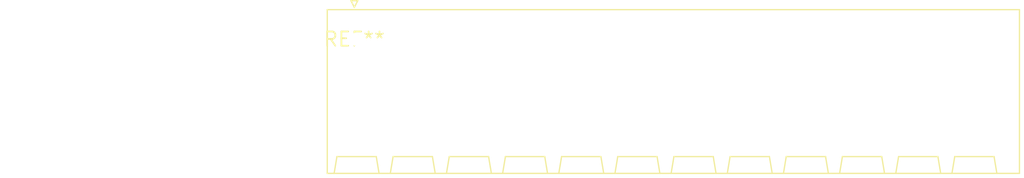
<source format=kicad_pcb>
(kicad_pcb (version 20240108) (generator pcbnew)
  (layers (0 "F.Cu" signal) (31 "B.Cu" signal) (34 "B.Paste" user) (35 "F.Paste" user) (36 "B.SilkS" user "B.Silkscreen") (37 "F.SilkS" user "F.Silkscreen") (38 "B.Mask" user) (39 "F.Mask" user) (44 "Edge.Cuts" user))
  (net 0 "")
  (footprint "PhoenixContact_SPT_2.5_12-H-5.0-EX_1x12_P5.0mm_Horizontal" (layer "F.Cu") (at 0 0)
    (property "Reference" "REF**")
    (property "Value" "PhoenixContact_SPT_2.5_12-H-5.0-EX_1x12_P5.0mm_Horizontal")
    (fp_line (start -2.41 -2.64) (end 59.21 -2.64) (layer "F.SilkS") (stroke (width 0.12)))
    (fp_line (start -2.41 11.98) (end -2.41 -2.64) (layer "F.SilkS") (stroke (width 0.12)))
    (fp_line (start -1.8 11.98) (end -1.55 10.48) (layer "F.SilkS") (stroke (width 0.12)))
    (fp_line (start -1.55 10.48) (end 1.95 10.48) (layer "F.SilkS") (stroke (width 0.12)))
    (fp_line (start -0.3 -3.44) (end 0 -2.84) (layer "F.SilkS") (stroke (width 0.12)))
    (fp_line (start -0.3 -3.44) (end 0.3 -3.44) (layer "F.SilkS") (stroke (width 0.12)))
    (fp_line (start 0.3 -3.44) (end 0 -2.84) (layer "F.SilkS") (stroke (width 0.12)))
    (fp_line (start 2.2 11.98) (end 1.95 10.48) (layer "F.SilkS") (stroke (width 0.12)))
    (fp_line (start 3.2 11.98) (end 3.45 10.48) (layer "F.SilkS") (stroke (width 0.12)))
    (fp_line (start 3.45 10.48) (end 6.95 10.48) (layer "F.SilkS") (stroke (width 0.12)))
    (fp_line (start 7.2 11.98) (end 6.95 10.48) (layer "F.SilkS") (stroke (width 0.12)))
    (fp_line (start 8.2 11.98) (end 8.45 10.48) (layer "F.SilkS") (stroke (width 0.12)))
    (fp_line (start 8.45 10.48) (end 11.95 10.48) (layer "F.SilkS") (stroke (width 0.12)))
    (fp_line (start 12.2 11.98) (end 11.95 10.48) (layer "F.SilkS") (stroke (width 0.12)))
    (fp_line (start 13.2 11.98) (end 13.45 10.48) (layer "F.SilkS") (stroke (width 0.12)))
    (fp_line (start 13.45 10.48) (end 16.95 10.48) (layer "F.SilkS") (stroke (width 0.12)))
    (fp_line (start 17.2 11.98) (end 16.95 10.48) (layer "F.SilkS") (stroke (width 0.12)))
    (fp_line (start 18.2 11.98) (end 18.45 10.48) (layer "F.SilkS") (stroke (width 0.12)))
    (fp_line (start 18.45 10.48) (end 21.95 10.48) (layer "F.SilkS") (stroke (width 0.12)))
    (fp_line (start 22.2 11.98) (end 21.95 10.48) (layer "F.SilkS") (stroke (width 0.12)))
    (fp_line (start 23.2 11.98) (end 23.45 10.48) (layer "F.SilkS") (stroke (width 0.12)))
    (fp_line (start 23.45 10.48) (end 26.95 10.48) (layer "F.SilkS") (stroke (width 0.12)))
    (fp_line (start 27.2 11.98) (end 26.95 10.48) (layer "F.SilkS") (stroke (width 0.12)))
    (fp_line (start 28.2 11.98) (end 28.45 10.48) (layer "F.SilkS") (stroke (width 0.12)))
    (fp_line (start 28.45 10.48) (end 31.95 10.48) (layer "F.SilkS") (stroke (width 0.12)))
    (fp_line (start 32.2 11.98) (end 31.95 10.48) (layer "F.SilkS") (stroke (width 0.12)))
    (fp_line (start 33.2 11.98) (end 33.45 10.48) (layer "F.SilkS") (stroke (width 0.12)))
    (fp_line (start 33.45 10.48) (end 36.95 10.48) (layer "F.SilkS") (stroke (width 0.12)))
    (fp_line (start 37.2 11.98) (end 36.95 10.48) (layer "F.SilkS") (stroke (width 0.12)))
    (fp_line (start 38.2 11.98) (end 38.45 10.48) (layer "F.SilkS") (stroke (width 0.12)))
    (fp_line (start 38.45 10.48) (end 41.95 10.48) (layer "F.SilkS") (stroke (width 0.12)))
    (fp_line (start 42.2 11.98) (end 41.95 10.48) (layer "F.SilkS") (stroke (width 0.12)))
    (fp_line (start 43.2 11.98) (end 43.45 10.48) (layer "F.SilkS") (stroke (width 0.12)))
    (fp_line (start 43.45 10.48) (end 46.95 10.48) (layer "F.SilkS") (stroke (width 0.12)))
    (fp_line (start 47.2 11.98) (end 46.95 10.48) (layer "F.SilkS") (stroke (width 0.12)))
    (fp_line (start 48.2 11.98) (end 48.45 10.48) (layer "F.SilkS") (stroke (width 0.12)))
    (fp_line (start 48.45 10.48) (end 51.95 10.48) (layer "F.SilkS") (stroke (width 0.12)))
    (fp_line (start 52.2 11.98) (end 51.95 10.48) (layer "F.SilkS") (stroke (width 0.12)))
    (fp_line (start 53.2 11.98) (end 53.45 10.48) (layer "F.SilkS") (stroke (width 0.12)))
    (fp_line (start 53.45 10.48) (end 56.95 10.48) (layer "F.SilkS") (stroke (width 0.12)))
    (fp_line (start 57.2 11.98) (end 56.95 10.48) (layer "F.SilkS") (stroke (width 0.12)))
    (fp_line (start 59.21 -2.64) (end 59.21 11.98) (layer "F.SilkS") (stroke (width 0.12)))
    (fp_line (start 59.21 11.98) (end -2.41 11.98) (layer "F.SilkS") (stroke (width 0.12)))
    (pad "1" thru_hole roundrect (at 0 0) (size 1.8 3.3) (drill 1.1) (layers *.Cu *.Mask) (remove_unused_layers) (roundrect_rratio 0.138889))
    (pad "1" thru_hole roundrect (at 0 8.2) (size 1.8 3.3) (drill 1.1) (layers *.Cu *.Mask) (remove_unused_layers) (roundrect_rratio 0.138889))
    (pad "2" thru_hole oval (at 5 0) (size 1.8 3.3) (drill 1.1) (layers *.Cu *.Mask) (remove_unused_layers))
    (pad "2" thru_hole oval (at 5 8.2) (size 1.8 3.3) (drill 1.1) (layers *.Cu *.Mask) (remove_unused_layers))
    (pad "3" thru_hole oval (at 10 0) (size 1.8 3.3) (drill 1.1) (layers *.Cu *.Mask) (remove_unused_layers))
    (pad "3" thru_hole oval (at 10 8.2) (size 1.8 3.3) (drill 1.1) (layers *.Cu *.Mask) (remove_unused_layers))
    (pad "4" thru_hole oval (at 15 0) (size 1.8 3.3) (drill 1.1) (layers *.Cu *.Mask) (remove_unused_layers))
    (pad "4" thru_hole oval (at 15 8.2) (size 1.8 3.3) (drill 1.1) (layers *.Cu *.Mask) (remove_unused_layers))
    (pad "5" thru_hole oval (at 20 0) (size 1.8 3.3) (drill 1.1) (layers *.Cu *.Mask) (remove_unused_layers))
    (pad "5" thru_hole oval (at 20 8.2) (size 1.8 3.3) (drill 1.1) (layers *.Cu *.Mask) (remove_unused_layers))
    (pad "6" thru_hole oval (at 25 0) (size 1.8 3.3) (drill 1.1) (layers *.Cu *.Mask) (remove_unused_layers))
    (pad "6" thru_hole oval (at 25 8.2) (size 1.8 3.3) (drill 1.1) (layers *.Cu *.Mask) (remove_unused_layers))
    (pad "7" thru_hole oval (at 30 0) (size 1.8 3.3) (drill 1.1) (layers *.Cu *.Mask) (remove_unused_layers))
    (pad "7" thru_hole oval (at 30 8.2) (size 1.8 3.3) (drill 1.1) (layers *.Cu *.Mask) (remove_unused_layers))
    (pad "8" thru_hole oval (at 35 0) (size 1.8 3.3) (drill 1.1) (layers *.Cu *.Mask) (remove_unused_layers))
    (pad "8" thru_hole oval (at 35 8.2) (size 1.8 3.3) (drill 1.1) (layers *.Cu *.Mask) (remove_unused_layers))
    (pad "9" thru_hole oval (at 40 0) (size 1.8 3.3) (drill 1.1) (layers *.Cu *.Mask) (remove_unused_layers))
    (pad "9" thru_hole oval (at 40 8.2) (size 1.8 3.3) (drill 1.1) (layers *.Cu *.Mask) (remove_unused_layers))
    (pad "10" thru_hole oval (at 45 0) (size 1.8 3.3) (drill 1.1) (layers *.Cu *.Mask) (remove_unused_layers))
    (pad "10" thru_hole oval (at 45 8.2) (size 1.8 3.3) (drill 1.1) (layers *.Cu *.Mask) (remove_unused_layers))
    (pad "11" thru_hole oval (at 50 0) (size 1.8 3.3) (drill 1.1) (layers *.Cu *.Mask) (remove_unused_layers))
    (pad "11" thru_hole oval (at 50 8.2) (size 1.8 3.3) (drill 1.1) (layers *.Cu *.Mask) (remove_unused_layers))
    (pad "12" thru_hole oval (at 55 0) (size 1.8 3.3) (drill 1.1) (layers *.Cu *.Mask) (remove_unused_layers))
    (pad "12" thru_hole oval (at 55 8.2) (size 1.8 3.3) (drill 1.1) (layers *.Cu *.Mask) (remove_unused_layers))
  )
)
</source>
